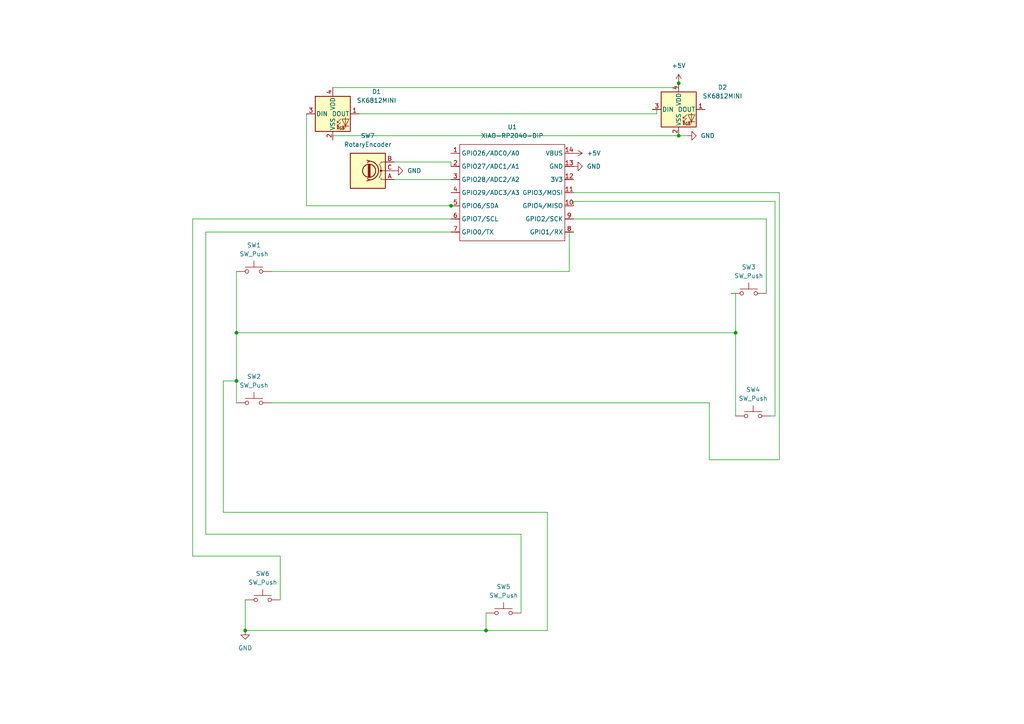
<source format=kicad_sch>
(kicad_sch (version 20250114) (generator "eeschema") (generator_version "9.0")
  (paper "A4")
  (lib_symbols
    (symbol "Device:RotaryEncoder" (pin_names (offset 0.254) (hide yes))
      (property "Reference" "SW" (at 0 6.604 0))
      (property "Value" "RotaryEncoder" (at 0 -6.604 0))
      (symbol "RotaryEncoder_0_1"
        (rectangle (start -5.08 5.08) (end 5.08 -5.08) (stroke (width 0.254)) (fill (type background)))
        (polyline (pts (xy -5.08 2.54) (xy -3.81 2.54) (xy -3.81 2.032)))
        (polyline (pts (xy -5.08 0) (xy -3.81 0) (xy -3.81 -1.016) (xy -3.302 -2.032)))
        (polyline (pts (xy -5.08 -2.54) (xy -3.81 -2.54) (xy -3.81 -2.032)))
        (polyline (pts (xy -4.318 0) (xy -3.81 0) (xy -3.81 1.016) (xy -3.302 2.032)))
        (circle (center -3.81 0) (radius 0.254) (fill (type outline)))
        (polyline (pts (xy -0.635 -1.778) (xy -0.635 1.778)) (stroke (width 0.254)))
        (circle (center -0.381 0) (radius 1.905) (stroke (width 0.254)))
        (polyline (pts (xy -0.381 -1.778) (xy -0.381 1.778)) (stroke (width 0.254)))
        (arc (start -0.381 -2.794) (mid -3.0988 -0.0635) (end -0.381 2.667) (stroke (width 0.254)))
        (polyline (pts (xy -0.127 1.778) (xy -0.127 -1.778)) (stroke (width 0.254)))
        (polyline (pts (xy 0.254 2.921) (xy -0.508 2.667) (xy 0.127 2.286)) (stroke (width 0.254)))
        (polyline (pts (xy 0.254 -3.048) (xy -0.508 -2.794) (xy 0.127 -2.413)) (stroke (width 0.254)))
      )
      (symbol "RotaryEncoder_1_1"
        (pin passive line (at -7.62 2.54 0) (length 2.54) (name "A") (number "A"))
        (pin passive line (at -7.62 0 0) (length 2.54) (name "C") (number "C"))
        (pin passive line (at -7.62 -2.54 0) (length 2.54) (name "B") (number "B"))
      )
    )
    (symbol "LED:SK6812MINI" (pin_names (offset 0.254))
      (property "Reference" "D" (at 5.08 5.715 0))
      (property "Value" "SK6812MINI" (at 1.27 -5.715 0))
      (symbol "SK6812MINI_0_0"
        (text "RGB" (at 2.286 -4.191 0) (effects (font (size 0.762 0.762))))
      )
      (symbol "SK6812MINI_0_1"
        (polyline (pts (xy 1.27 -2.54) (xy 1.778 -2.54)))
        (polyline (pts (xy 1.27 -3.556) (xy 1.778 -3.556)))
        (polyline (pts (xy 2.286 -1.524) (xy 1.27 -2.54) (xy 1.27 -2.032)))
        (polyline (pts (xy 2.286 -2.54) (xy 1.27 -3.556) (xy 1.27 -3.048)))
        (polyline (pts (xy 3.683 -1.016) (xy 3.683 -3.556) (xy 3.683 -4.064)))
        (polyline (pts (xy 4.699 -1.524) (xy 2.667 -1.524) (xy 3.683 -3.556) (xy 4.699 -1.524)))
        (polyline (pts (xy 4.699 -3.556) (xy 2.667 -3.556)))
        (rectangle (start 5.08 5.08) (end -5.08 -5.08) (stroke (width 0.254)) (fill (type background)))
      )
      (symbol "SK6812MINI_1_1"
        (pin input line (at -7.62 0 0) (length 2.54) (name "DIN") (number "3"))
        (pin power_in line (at 0 7.62 270) (length 2.54) (name "VDD") (number "4"))
        (pin power_in line (at 0 -7.62 90) (length 2.54) (name "VSS") (number "2"))
        (pin output line (at 7.62 0 180) (length 2.54) (name "DOUT") (number "1"))
      )
    )
    (symbol "OPL:XIAO-RP2040-DIP"
      (property "Reference" "U" (at 0 0 0))
      (property "Value" "XIAO-RP2040-DIP" (at 5.334 -1.778 0))
      (symbol "XIAO-RP2040-DIP_1_0"
        (polyline (pts (xy -1.27 -2.54) (xy 29.21 -2.54)) (stroke (width 0.1524)))
        (polyline (pts (xy -1.27 -5.08) (xy -2.54 -5.08)) (stroke (width 0.1524)))
        (polyline (pts (xy -1.27 -5.08) (xy -1.27 -2.54)) (stroke (width 0.1524)))
        (polyline (pts (xy -1.27 -8.89) (xy -2.54 -8.89)) (stroke (width 0.1524)))
        (polyline (pts (xy -1.27 -8.89) (xy -1.27 -5.08)) (stroke (width 0.1524)))
        (polyline (pts (xy -1.27 -12.7) (xy -2.54 -12.7)) (stroke (width 0.1524)))
        (polyline (pts (xy -1.27 -12.7) (xy -1.27 -8.89)) (stroke (width 0.1524)))
        (polyline (pts (xy -1.27 -16.51) (xy -2.54 -16.51)) (stroke (width 0.1524)))
        (polyline (pts (xy -1.27 -16.51) (xy -1.27 -12.7)) (stroke (width 0.1524)))
        (polyline (pts (xy -1.27 -20.32) (xy -2.54 -20.32)) (stroke (width 0.1524)))
        (polyline (pts (xy -1.27 -24.13) (xy -2.54 -24.13)) (stroke (width 0.1524)))
        (polyline (pts (xy -1.27 -27.94) (xy -2.54 -27.94)) (stroke (width 0.1524)))
        (polyline (pts (xy -1.27 -30.48) (xy -1.27 -16.51)) (stroke (width 0.1524)))
        (polyline (pts (xy 29.21 -2.54) (xy 29.21 -5.08)) (stroke (width 0.1524)))
        (polyline (pts (xy 29.21 -5.08) (xy 29.21 -8.89)) (stroke (width 0.1524)))
        (polyline (pts (xy 29.21 -8.89) (xy 29.21 -12.7)) (stroke (width 0.1524)))
        (polyline (pts (xy 29.21 -12.7) (xy 29.21 -30.48)) (stroke (width 0.1524)))
        (polyline (pts (xy 29.21 -30.48) (xy -1.27 -30.48)) (stroke (width 0.1524)))
        (polyline (pts (xy 30.48 -5.08) (xy 29.21 -5.08)) (stroke (width 0.1524)))
        (polyline (pts (xy 30.48 -8.89) (xy 29.21 -8.89)) (stroke (width 0.1524)))
        (polyline (pts (xy 30.48 -12.7) (xy 29.21 -12.7)) (stroke (width 0.1524)))
        (polyline (pts (xy 30.48 -16.51) (xy 29.21 -16.51)) (stroke (width 0.1524)))
        (polyline (pts (xy 30.48 -20.32) (xy 29.21 -20.32)) (stroke (width 0.1524)))
        (polyline (pts (xy 30.48 -24.13) (xy 29.21 -24.13)) (stroke (width 0.1524)))
        (polyline (pts (xy 30.48 -27.94) (xy 29.21 -27.94)) (stroke (width 0.1524)))
        (pin passive line (at -3.81 -5.08 0) (length 2.54) (name "GPIO26/ADC0/A0") (number "1"))
        (pin passive line (at -3.81 -8.89 0) (length 2.54) (name "GPIO27/ADC1/A1") (number "2"))
        (pin passive line (at -3.81 -12.7 0) (length 2.54) (name "GPIO28/ADC2/A2") (number "3"))
        (pin passive line (at -3.81 -16.51 0) (length 2.54) (name "GPIO29/ADC3/A3") (number "4"))
        (pin passive line (at -3.81 -20.32 0) (length 2.54) (name "GPIO6/SDA") (number "5"))
        (pin passive line (at -3.81 -24.13 0) (length 2.54) (name "GPIO7/SCL") (number "6"))
        (pin passive line (at -3.81 -27.94 0) (length 2.54) (name "GPIO0/TX") (number "7"))
        (pin passive line (at 31.75 -5.08 180) (length 2.54) (name "VBUS") (number "14"))
        (pin passive line (at 31.75 -8.89 180) (length 2.54) (name "GND") (number "13"))
        (pin passive line (at 31.75 -12.7 180) (length 2.54) (name "3V3") (number "12"))
        (pin passive line (at 31.75 -16.51 180) (length 2.54) (name "GPIO3/MOSI") (number "11"))
        (pin passive line (at 31.75 -20.32 180) (length 2.54) (name "GPIO4/MISO") (number "10"))
        (pin passive line (at 31.75 -24.13 180) (length 2.54) (name "GPIO2/SCK") (number "9"))
        (pin passive line (at 31.75 -27.94 180) (length 2.54) (name "GPIO1/RX") (number "8"))
      )
    )
    (symbol "Switch:SW_Push" (pin_numbers (hide yes)) (pin_names (offset 1.016) (hide yes))
      (property "Reference" "SW" (at 1.27 2.54 0))
      (property "Value" "SW_Push" (at 0 -1.524 0))
      (symbol "SW_Push_0_1"
        (circle (center -2.032 0) (radius 0.508))
        (polyline (pts (xy 0 1.27) (xy 0 3.048)))
        (circle (center 2.032 0) (radius 0.508))
        (polyline (pts (xy 2.54 1.27) (xy -2.54 1.27)))
        (pin passive line (at -5.08 0 0) (length 2.54) (name "1") (number "1"))
        (pin passive line (at 5.08 0 180) (length 2.54) (name "2") (number "2"))
      )
    )
    (symbol "power:+5V" (power) (pin_numbers (hide yes)) (pin_names (offset 0) (hide yes))
      (property "Value" "+5V" (at 0 3.556 0))
      (symbol "+5V_0_1"
        (polyline (pts (xy -0.762 1.27) (xy 0 2.54)))
        (polyline (pts (xy 0 2.54) (xy 0.762 1.27)))
        (polyline (pts (xy 0 0) (xy 0 2.54)))
      )
      (symbol "+5V_1_1"
        (pin power_in line (at 0 0 90) (length 0) (name "~") (number "1"))
      )
    )
    (symbol "power:GND" (power) (pin_numbers (hide yes)) (pin_names (offset 0) (hide yes))
      (property "Value" "GND" (at 0 -3.81 0))
      (symbol "GND_0_1"
        (polyline (pts (xy 0 0) (xy 0 -1.27) (xy 1.27 -1.27) (xy 0 -2.54) (xy -1.27 -1.27) (xy 0 -1.27)))
      )
      (symbol "GND_1_1"
        (pin power_in line (at 0 0 270) (length 0) (name "~") (number "1"))
      )
    )
  )
  (junction (at 196.85 39.37))
  (junction (at 196.85 24.13))
  (junction (at 140.97 182.88))
  (junction (at 213.36 96.52))
  (junction (at 68.58 110.49))
  (junction (at 71.12 182.88))
  (junction (at 68.58 96.52))
  (junction (at 130.81 59.69))
  (wire (pts (xy 158.75 182.88) (xy 140.97 182.88)))
  (wire (pts (xy 130.81 46.99) (xy 130.81 48.26)))
  (wire (pts (xy 189.23 31.75) (xy 190.5 31.75)))
  (wire (pts (xy 64.77 110.49) (xy 68.58 110.49)))
  (wire (pts (xy 151.13 154.94) (xy 59.69 154.94)))
  (wire (pts (xy 166.37 55.88) (xy 226.06 55.88)))
  (wire (pts (xy 59.69 67.31) (xy 130.81 67.31)))
  (wire (pts (xy 140.97 182.88) (xy 71.12 182.88)))
  (wire (pts (xy 213.36 96.52) (xy 213.36 85.09)))
  (wire (pts (xy 196.85 39.37) (xy 199.39 39.37)))
  (wire (pts (xy 96.52 39.37) (xy 96.52 40.64)))
  (wire (pts (xy 213.36 120.65) (xy 213.36 96.52)))
  (wire (pts (xy 64.77 110.49) (xy 64.77 148.59)))
  (wire (pts (xy 114.3 46.99) (xy 130.81 46.99)))
  (wire (pts (xy 166.37 58.42) (xy 224.79 58.42)))
  (wire (pts (xy 196.85 25.4) (xy 196.85 24.13)))
  (wire (pts (xy 71.12 182.88) (xy 71.12 173.99)))
  (wire (pts (xy 165.1 67.31) (xy 166.37 67.31)))
  (wire (pts (xy 166.37 63.5) (xy 222.25 63.5)))
  (wire (pts (xy 55.88 161.29) (xy 81.28 161.29)))
  (wire (pts (xy 140.97 177.8) (xy 140.97 182.88)))
  (wire (pts (xy 68.58 96.52) (xy 213.36 96.52)))
  (wire (pts (xy 151.13 177.8) (xy 151.13 154.94)))
  (wire (pts (xy 68.58 96.52) (xy 68.58 110.49)))
  (wire (pts (xy 190.5 31.75) (xy 190.5 33.02)))
  (wire (pts (xy 96.52 39.37) (xy 196.85 39.37)))
  (wire (pts (xy 226.06 55.88) (xy 226.06 133.35)))
  (wire (pts (xy 224.79 58.42) (xy 224.79 120.65)))
  (wire (pts (xy 226.06 133.35) (xy 205.74 133.35)))
  (wire (pts (xy 223.52 120.65) (xy 224.79 120.65)))
  (wire (pts (xy 64.77 148.59) (xy 158.75 148.59)))
  (wire (pts (xy 78.74 78.74) (xy 165.1 78.74)))
  (wire (pts (xy 88.9 33.02) (xy 88.9 59.69)))
  (wire (pts (xy 68.58 110.49) (xy 68.58 116.84)))
  (wire (pts (xy 114.3 52.07) (xy 130.81 52.07)))
  (wire (pts (xy 68.58 78.74) (xy 68.58 96.52)))
  (wire (pts (xy 130.81 63.5) (xy 55.88 63.5)))
  (wire (pts (xy 166.37 58.42) (xy 166.37 59.69)))
  (wire (pts (xy 81.28 161.29) (xy 81.28 173.99)))
  (wire (pts (xy 59.69 154.94) (xy 59.69 67.31)))
  (wire (pts (xy 96.52 25.4) (xy 196.85 25.4)))
  (wire (pts (xy 213.36 85.09) (xy 212.09 85.09)))
  (wire (pts (xy 104.14 33.02) (xy 190.5 33.02)))
  (wire (pts (xy 165.1 67.31) (xy 165.1 78.74)))
  (wire (pts (xy 205.74 116.84) (xy 205.74 133.35)))
  (wire (pts (xy 158.75 148.59) (xy 158.75 182.88)))
  (wire (pts (xy 222.25 63.5) (xy 222.25 85.09)))
  (wire (pts (xy 78.74 116.84) (xy 205.74 116.84)))
  (wire (pts (xy 88.9 59.69) (xy 130.81 59.69)))
  (wire (pts (xy 130.81 59.69) (xy 132.08 59.69)))
  (wire (pts (xy 55.88 63.5) (xy 55.88 161.29)))
  (symbol (lib_id "power:+5V") (at 196.85 24.13 0) (unit 1)
    (property "Reference" "#PWR05" (effects (hide yes)))
    (property "Value" "+5V" (at 196.85 19.05 0))
    (property "Description" "Power symbol creates a global label with name \"+5V\"" (effects (hide yes)))
  )
  (symbol (lib_id "power:GND") (at 166.37 48.26 90) (unit 1)
    (property "Reference" "#PWR03" (effects (hide yes)))
    (property "Value" "GND" (at 170.18 48.2599 90) (effects (justify right)))
    (property "Description" "Power symbol creates a global label with name \"GND\" , ground" (effects (hide yes)))
  )
  (symbol (lib_id "power:+5V") (at 166.37 44.45 270) (unit 1)
    (property "Reference" "#PWR06" (effects (hide yes)))
    (property "Value" "+5V" (at 170.18 44.4499 90) (effects (justify left)))
    (property "Description" "Power symbol creates a global label with name \"+5V\"" (effects (hide yes)))
  )
  (symbol (lib_id "power:GND") (at 199.39 39.37 90) (unit 1)
    (property "Reference" "#PWR04" (effects (hide yes)))
    (property "Value" "GND" (at 203.2 39.3699 90) (effects (justify right)))
    (property "Description" "Power symbol creates a global label with name \"GND\" , ground" (effects (hide yes)))
  )
  (symbol (lib_id "Switch:SW_Push") (at 218.44 120.65 0) (unit 1)
    (property "Reference" "SW4" (at 218.44 113.03 0))
    (property "Value" "SW_Push" (at 218.44 115.57 0))
    (property "Footprint" "Button_Switch_Keyboard:SW_Cherry_MX_1.00u_PCB" (effects (hide yes)))
    (property "Description" "Push button switch, generic, two pins" (effects (hide yes)))
  )
  (symbol (lib_id "Switch:SW_Push") (at 76.2 173.99 0) (unit 1)
    (property "Reference" "SW6" (at 76.2 166.37 0))
    (property "Value" "SW_Push" (at 76.2 168.91 0))
    (property "Footprint" "Button_Switch_Keyboard:SW_Cherry_MX_1.00u_PCB" (effects (hide yes)))
    (property "Description" "Push button switch, generic, two pins" (effects (hide yes)))
  )
  (symbol (lib_id "Switch:SW_Push") (at 217.17 85.09 0) (unit 1)
    (property "Reference" "SW3" (at 217.17 77.47 0))
    (property "Value" "SW_Push" (at 217.17 80.01 0))
    (property "Footprint" "Button_Switch_Keyboard:SW_Cherry_MX_1.00u_PCB" (effects (hide yes)))
    (property "Description" "Push button switch, generic, two pins" (effects (hide yes)))
  )
  (symbol (lib_id "Switch:SW_Push") (at 73.66 78.74 0) (unit 1)
    (property "Reference" "SW1" (at 73.66 71.12 0))
    (property "Value" "SW_Push" (at 73.66 73.66 0))
    (property "Footprint" "Button_Switch_Keyboard:SW_Cherry_MX_1.00u_PCB" (effects (hide yes)))
    (property "Description" "Push button switch, generic, two pins" (effects (hide yes)))
  )
  (symbol (lib_id "Switch:SW_Push") (at 73.66 116.84 0) (unit 1)
    (property "Reference" "SW2" (at 73.66 109.22 0))
    (property "Value" "SW_Push" (at 73.66 111.76 0))
    (property "Footprint" "Button_Switch_Keyboard:SW_Cherry_MX_1.00u_PCB" (effects (hide yes)))
    (property "Description" "Push button switch, generic, two pins" (effects (hide yes)))
  )
  (symbol (lib_id "Device:RotaryEncoder") (at 106.68 49.53 180) (unit 1)
    (property "Reference" "SW7" (at 106.68 39.37 0))
    (property "Value" "RotaryEncoder" (at 106.68 41.91 0))
    (property "Footprint" "Rotary_Encoder:RotaryEncoder_Alps_EC11E_Vertical_H20mm" (effects (hide yes)))
    (property "Description" "Rotary encoder, dual channel, incremental quadrate outputs" (effects (hide yes)))
  )
  (symbol (lib_id "LED:SK6812MINI") (at 96.52 33.02 0) (unit 1)
    (property "Reference" "D1" (at 109.22 26.5998 0))
    (property "Value" "SK6812MINI" (at 109.22 29.1398 0))
    (property "Footprint" "LED_SMD:LED_SK6812MINI_PLCC4_3.5x3.5mm_P1.75mm" (effects (hide yes)))
    (property "Datasheet" "https://cdn-shop.adafruit.com/product-files/2686/SK6812MINI_REV.01-1-2.pdf" (effects (hide yes)))
    (property "Description" "RGB LED with integrated controller" (effects (hide yes)))
  )
  (symbol (lib_id "OPL:XIAO-RP2040-DIP") (at 134.62 39.37 0) (unit 1)
    (property "Reference" "U1" (at 148.59 36.83 0))
    (property "Value" "XIAO-RP2040-DIP" (at 148.59 39.37 0))
    (property "Footprint" "OPL:XIAO-RP2040-DIP" (effects (hide yes)))
  )
  (symbol (lib_id "Switch:SW_Push") (at 146.05 177.8 0) (unit 1)
    (property "Reference" "SW5" (at 146.05 170.18 0))
    (property "Value" "SW_Push" (at 146.05 172.72 0))
    (property "Footprint" "Button_Switch_Keyboard:SW_Cherry_MX_1.00u_PCB" (effects (hide yes)))
    (property "Description" "Push button switch, generic, two pins" (effects (hide yes)))
  )
  (symbol (lib_id "power:GND") (at 71.12 182.88 0) (unit 1)
    (property "Reference" "#PWR02" (effects (hide yes)))
    (property "Value" "GND" (at 71.12 187.96 0))
    (property "Description" "Power symbol creates a global label with name \"GND\" , ground" (effects (hide yes)))
  )
  (symbol (lib_id "LED:SK6812MINI") (at 196.85 31.75 0) (unit 1)
    (property "Reference" "D2" (at 209.55 25.3298 0))
    (property "Value" "SK6812MINI" (at 209.55 27.8698 0))
    (property "Footprint" "LED_SMD:LED_SK6812MINI_PLCC4_3.5x3.5mm_P1.75mm" (effects (hide yes)))
    (property "Datasheet" "https://cdn-shop.adafruit.com/product-files/2686/SK6812MINI_REV.01-1-2.pdf" (effects (hide yes)))
    (property "Description" "RGB LED with integrated controller" (effects (hide yes)))
  )
  (symbol (lib_id "power:GND") (at 114.3 49.53 90) (unit 1)
    (property "Reference" "#PWR01" (effects (hide yes)))
    (property "Value" "GND" (at 118.11 49.5299 90) (effects (justify right)))
    (property "Description" "Power symbol creates a global label with name \"GND\" , ground" (effects (hide yes)))
  )
)
</source>
